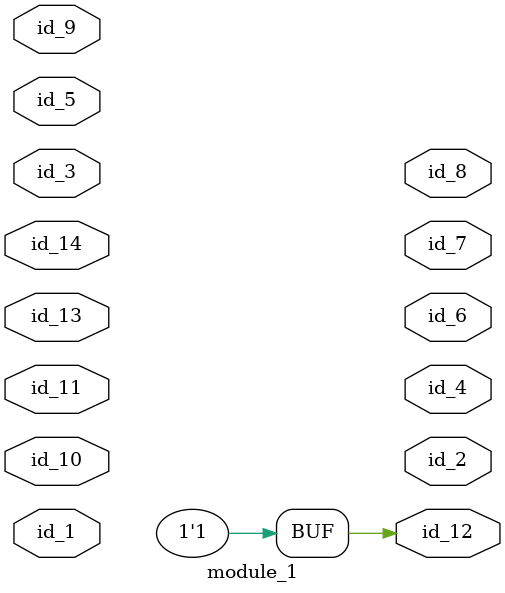
<source format=v>
module module_0 ();
  wire id_2;
  wire  id_3  ,  id_4  ,  id_5  ,  id_6  ,  id_7  ,  id_8  ,  id_9  ,  id_10  ,  id_11  ,  id_12  ,  id_13  ,  id_14  ,  id_15  ,  id_16  ,  id_17  ,  id_18  ,  id_19  ;
  wire id_20;
  assign id_4 = id_20;
  wire id_21, id_22;
endmodule
module module_1 (
    id_1,
    id_2,
    id_3,
    id_4,
    id_5,
    id_6,
    id_7,
    id_8,
    id_9,
    id_10,
    id_11,
    id_12,
    id_13,
    id_14
);
  inout wire id_14;
  input wire id_13;
  output wire id_12;
  input wire id_11;
  input wire id_10;
  inout wire id_9;
  output wire id_8;
  output wire id_7;
  output wire id_6;
  input wire id_5;
  output wire id_4;
  input wire id_3;
  output wire id_2;
  inout wire id_1;
  assign id_12 = 1;
  wire id_15;
  module_0 modCall_1 ();
endmodule

</source>
